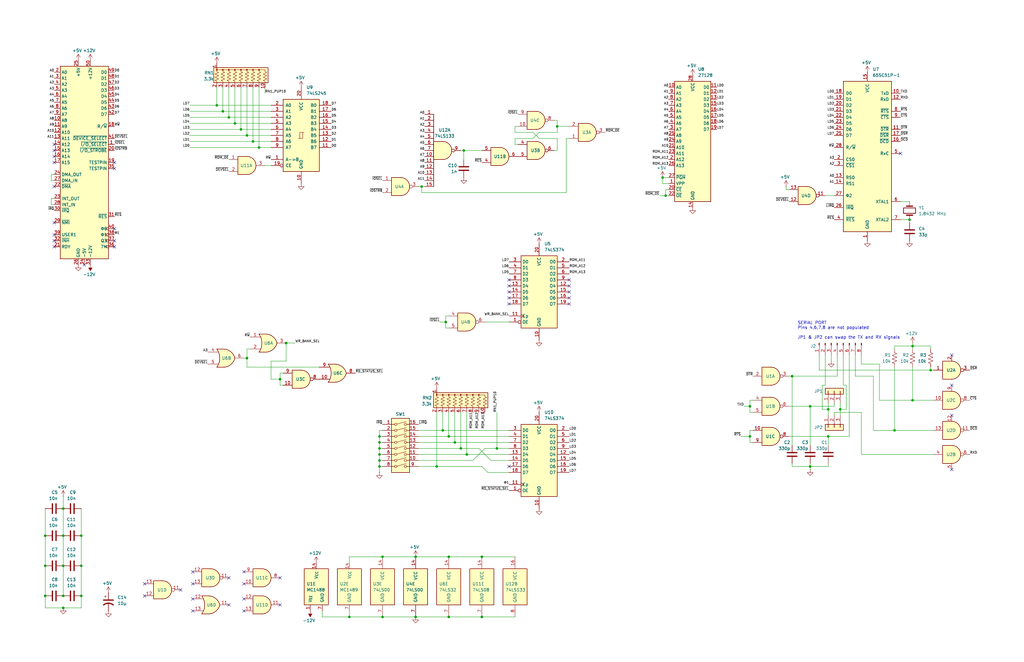
<source format=kicad_sch>
(kicad_sch (version 20231120) (generator "eeschema") (generator_version "8.0")
  (paper "USLedger")
  (title_block (title "Thirdware FingerPrint SS Card") (date "2024-07-12") (rev "2.0") (comment 2 "captured by Mark Aikens") (comment 3 "by Thirdware, a subsidiary of Precision Software") (comment 4 "Apple II Serial Printer Card"))
  (junction (at 99.06 52.07))
  (junction (at 160.02 184.15))
  (junction (at 160.02 196.85))
  (junction (at 93.98 46.99))
  (junction (at 195.58 63.5))
  (junction (at 341.63 171.45))
  (junction (at 118.11 160.02))
  (junction (at 106.68 59.69))
  (junction (at 191.77 186.69))
  (junction (at 175.26 260.35))
  (junction (at 26.67 256.54))
  (junction (at 334.01 158.75))
  (junction (at 316.23 184.15))
  (junction (at 384.81 168.91))
  (junction (at 109.22 62.23))
  (junction (at 234.95 53.34))
  (junction (at 194.31 189.23))
  (junction (at 354.33 172.72))
  (junction (at 120.65 144.78))
  (junction (at 384.81 146.05))
  (junction (at 383.54 92.71))
  (junction (at 187.96 135.89))
  (junction (at 186.69 181.61))
  (junction (at 26.67 214.63))
  (junction (at 177.8 78.74))
  (junction (at 160.02 189.23))
  (junction (at 203.2 234.95))
  (junction (at 189.23 184.15))
  (junction (at 91.44 44.45))
  (junction (at 209.55 189.23))
  (junction (at 104.14 57.15))
  (junction (at 147.32 260.35))
  (junction (at 377.19 181.61))
  (junction (at 34.29 226.06))
  (junction (at 280.67 82.55))
  (junction (at 161.29 260.35))
  (junction (at 189.23 260.35))
  (junction (at 349.25 184.15))
  (junction (at 196.85 191.77))
  (junction (at 175.26 234.95))
  (junction (at 392.43 156.21))
  (junction (at 184.15 196.85))
  (junction (at 101.6 54.61))
  (junction (at 160.02 186.69))
  (junction (at 19.05 226.06))
  (junction (at 279.4 74.93))
  (junction (at 316.23 171.45))
  (junction (at 96.52 49.53))
  (junction (at 34.29 251.46))
  (junction (at 203.2 260.35))
  (junction (at 26.67 251.46))
  (junction (at 34.29 238.76))
  (junction (at 104.14 151.13))
  (junction (at 26.67 238.76))
  (junction (at 160.02 191.77))
  (junction (at 26.67 226.06))
  (junction (at 161.29 234.95))
  (junction (at 341.63 196.85))
  (junction (at 19.05 251.46))
  (junction (at 19.05 238.76))
  (junction (at 189.23 234.95))
  (junction (at 349.25 172.72))
  (junction (at 160.02 194.31))
  (no_connect (at 96.52 243.84))
  (no_connect (at 48.26 104.14))
  (no_connect (at 60.96 246.38))
  (no_connect (at 240.03 120.65))
  (no_connect (at 102.87 246.38))
  (no_connect (at 214.63 125.73))
  (no_connect (at 118.11 255.27))
  (no_connect (at 76.2 248.92))
  (no_connect (at 22.86 101.6))
  (no_connect (at 401.32 175.26))
  (no_connect (at 214.63 123.19))
  (no_connect (at 60.96 251.46))
  (no_connect (at 22.86 93.98))
  (no_connect (at 240.03 118.11))
  (no_connect (at 102.87 252.73))
  (no_connect (at 35.56 111.76))
  (no_connect (at 22.86 66.04))
  (no_connect (at 379.73 64.77))
  (no_connect (at 22.86 68.58))
  (no_connect (at 240.03 123.19))
  (no_connect (at 214.63 196.85))
  (no_connect (at 240.03 128.27))
  (no_connect (at 48.26 101.6))
  (no_connect (at 401.32 162.56))
  (no_connect (at 22.86 60.96))
  (no_connect (at 22.86 104.14))
  (no_connect (at 401.32 149.86))
  (no_connect (at 22.86 78.74))
  (no_connect (at 401.32 198.12))
  (no_connect (at 102.87 257.81))
  (no_connect (at 240.03 125.73))
  (no_connect (at 214.63 128.27))
  (no_connect (at 214.63 118.11))
  (no_connect (at 22.86 99.06))
  (no_connect (at 81.28 241.3))
  (no_connect (at 81.28 252.73))
  (no_connect (at 48.26 68.58))
  (no_connect (at 81.28 257.81))
  (no_connect (at 102.87 241.3))
  (no_connect (at 214.63 120.65))
  (no_connect (at 81.28 246.38))
  (no_connect (at 48.26 96.52))
  (no_connect (at 22.86 63.5))
  (no_connect (at 118.11 243.84))
  (no_connect (at 96.52 255.27))
  (no_connect (at 48.26 71.12))
  (wire (pts (xy 160.02 186.69) (xy 161.29 186.69)))
  (wire (pts (xy 21.59 76.2) (xy 22.86 76.2)))
  (wire (pts (xy 34.29 251.46) (xy 34.29 256.54)))
  (wire (pts (xy 351.79 173.99) (xy 351.79 175.26)))
  (wire (pts (xy 194.31 189.23) (xy 176.53 189.23)))
  (wire (pts (xy 363.22 153.67) (xy 370.84 153.67)))
  (wire (pts (xy 360.68 158.75) (xy 360.68 149.86)))
  (wire (pts (xy 161.29 260.35) (xy 147.32 260.35)))
  (wire (pts (xy 80.01 44.45) (xy 91.44 44.45)))
  (wire (pts (xy 177.8 78.74) (xy 179.07 78.74)))
  (wire (pts (xy 106.68 36.83) (xy 106.68 59.69)))
  (wire (pts (xy 351.79 171.45) (xy 351.79 170.18)))
  (wire (pts (xy 316.23 181.61) (xy 317.5 181.61)))
  (wire (pts (xy 346.71 172.72) (xy 349.25 172.72)))
  (wire (pts (xy 331.47 78.74) (xy 331.47 80.01)))
  (wire (pts (xy 234.95 63.5) (xy 233.68 63.5)))
  (wire (pts (xy 345.44 156.21) (xy 345.44 149.86)))
  (wire (pts (xy 111.76 39.37) (xy 111.76 36.83)))
  (wire (pts (xy 80.01 52.07) (xy 99.06 52.07)))
  (wire (pts (xy 384.81 144.78) (xy 384.81 146.05)))
  (wire (pts (xy 118.11 162.56) (xy 119.38 162.56)))
  (wire (pts (xy 189.23 184.15) (xy 214.63 184.15)))
  (wire (pts (xy 135.89 260.35) (xy 135.89 257.81)))
  (wire (pts (xy 175.26 234.95) (xy 189.23 234.95)))
  (wire (pts (xy 201.93 189.23) (xy 207.01 194.31)))
  (wire (pts (xy 109.22 62.23) (xy 114.3 62.23)))
  (wire (pts (xy 160.02 191.77) (xy 160.02 194.31)))
  (wire (pts (xy 195.58 63.5) (xy 203.2 63.5)))
  (wire (pts (xy 99.06 52.07) (xy 114.3 52.07)))
  (wire (pts (xy 160.02 196.85) (xy 161.29 196.85)))
  (wire (pts (xy 384.81 146.05) (xy 377.19 146.05)))
  (wire (pts (xy 341.63 171.45) (xy 351.79 171.45)))
  (wire (pts (xy 19.05 256.54) (xy 26.67 256.54)))
  (wire (pts (xy 109.22 36.83) (xy 109.22 62.23)))
  (wire (pts (xy 234.95 53.34) (xy 240.03 53.34)))
  (wire (pts (xy 334.01 196.85) (xy 341.63 196.85)))
  (wire (pts (xy 114.3 69.85) (xy 111.76 69.85)))
  (wire (pts (xy 349.25 172.72) (xy 349.25 175.26)))
  (wire (pts (xy 26.67 226.06) (xy 26.67 214.63)))
  (wire (pts (xy 195.58 63.5) (xy 195.58 67.31)))
  (wire (pts (xy 349.25 195.58) (xy 349.25 196.85)))
  (wire (pts (xy 353.06 158.75) (xy 353.06 149.86)))
  (wire (pts (xy 114.3 160.02) (xy 118.11 160.02)))
  (wire (pts (xy 176.53 181.61) (xy 186.69 181.61)))
  (wire (pts (xy 189.23 184.15) (xy 176.53 184.15)))
  (wire (pts (xy 341.63 171.45) (xy 341.63 187.96)))
  (wire (pts (xy 26.67 226.06) (xy 26.67 238.76)))
  (wire (pts (xy 354.33 170.18) (xy 354.33 172.72)))
  (wire (pts (xy 189.23 173.99) (xy 189.23 184.15)))
  (wire (pts (xy 80.01 62.23) (xy 109.22 62.23)))
  (wire (pts (xy 379.73 92.71) (xy 383.54 92.71)))
  (wire (pts (xy 217.17 60.96) (xy 218.44 60.96)))
  (wire (pts (xy 184.15 196.85) (xy 184.15 173.99)))
  (wire (pts (xy 279.4 77.47) (xy 281.94 77.47)))
  (wire (pts (xy 96.52 49.53) (xy 114.3 49.53)))
  (wire (pts (xy 160.02 184.15) (xy 160.02 186.69)))
  (wire (pts (xy 203.2 196.85) (xy 205.74 199.39)))
  (wire (pts (xy 384.81 146.05) (xy 392.43 146.05)))
  (wire (pts (xy 334.01 195.58) (xy 334.01 196.85)))
  (wire (pts (xy 345.44 156.21) (xy 392.43 156.21)))
  (wire (pts (xy 101.6 54.61) (xy 114.3 54.61)))
  (wire (pts (xy 104.14 151.13) (xy 102.87 151.13)))
  (wire (pts (xy 392.43 146.05) (xy 392.43 147.32)))
  (wire (pts (xy 96.52 36.83) (xy 96.52 49.53)))
  (wire (pts (xy 93.98 36.83) (xy 93.98 46.99)))
  (wire (pts (xy 161.29 234.95) (xy 147.32 234.95)))
  (wire (pts (xy 312.42 184.15) (xy 316.23 184.15)))
  (wire (pts (xy 349.25 184.15) (xy 358.14 184.15)))
  (wire (pts (xy 355.6 162.56) (xy 356.87 162.56)))
  (wire (pts (xy 393.7 156.21) (xy 392.43 156.21)))
  (wire (pts (xy 80.01 49.53) (xy 96.52 49.53)))
  (wire (pts (xy 19.05 238.76) (xy 19.05 251.46)))
  (wire (pts (xy 363.22 191.77) (xy 393.7 191.77)))
  (wire (pts (xy 104.14 57.15) (xy 114.3 57.15)))
  (wire (pts (xy 160.02 181.61) (xy 160.02 184.15)))
  (wire (pts (xy 316.23 186.69) (xy 316.23 184.15)))
  (wire (pts (xy 80.01 54.61) (xy 101.6 54.61)))
  (wire (pts (xy 234.95 53.34) (xy 234.95 55.88)))
  (wire (pts (xy 191.77 186.69) (xy 176.53 186.69)))
  (wire (pts (xy 370.84 168.91) (xy 384.81 168.91)))
  (wire (pts (xy 233.68 50.8) (xy 234.95 50.8)))
  (wire (pts (xy 280.67 80.01) (xy 280.67 82.55)))
  (wire (pts (xy 355.6 149.86) (xy 355.6 162.56)))
  (wire (pts (xy 26.67 256.54) (xy 34.29 256.54)))
  (wire (pts (xy 187.96 138.43) (xy 189.23 138.43)))
  (wire (pts (xy 22.86 73.66) (xy 21.59 73.66)))
  (wire (pts (xy 363.22 149.86) (xy 363.22 153.67)))
  (wire (pts (xy 160.02 196.85) (xy 160.02 199.39)))
  (wire (pts (xy 350.52 149.86) (xy 350.52 152.4)))
  (wire (pts (xy 119.38 157.48) (xy 118.11 157.48)))
  (wire (pts (xy 160.02 194.31) (xy 160.02 196.85)))
  (wire (pts (xy 21.59 73.66) (xy 21.59 76.2)))
  (wire (pts (xy 80.01 46.99) (xy 93.98 46.99)))
  (wire (pts (xy 334.01 158.75) (xy 353.06 158.75)))
  (wire (pts (xy 80.01 59.69) (xy 106.68 59.69)))
  (wire (pts (xy 203.2 234.95) (xy 217.17 234.95)))
  (wire (pts (xy 217.17 53.34) (xy 218.44 53.34)))
  (wire (pts (xy 316.23 168.91) (xy 317.5 168.91)))
  (wire (pts (xy 176.53 196.85) (xy 184.15 196.85)))
  (wire (pts (xy 279.4 74.93) (xy 279.4 77.47)))
  (wire (pts (xy 217.17 58.42) (xy 217.17 60.96)))
  (wire (pts (xy 160.02 184.15) (xy 161.29 184.15)))
  (wire (pts (xy 316.23 171.45) (xy 316.23 168.91)))
  (wire (pts (xy 209.55 173.99) (xy 209.55 189.23)))
  (wire (pts (xy 177.8 78.74) (xy 177.8 81.28)))
  (wire (pts (xy 120.65 144.78) (xy 124.46 144.78)))
  (wire (pts (xy 104.14 36.83) (xy 104.14 57.15)))
  (wire (pts (xy 224.79 55.88) (xy 227.33 58.42)))
  (wire (pts (xy 217.17 58.42) (xy 224.79 58.42)))
  (wire (pts (xy 186.69 181.61) (xy 186.69 173.99)))
  (wire (pts (xy 383.54 92.71) (xy 383.54 93.98)))
  (wire (pts (xy 187.96 133.35) (xy 187.96 135.89)))
  (wire (pts (xy 224.79 55.88) (xy 217.17 55.88)))
  (wire (pts (xy 209.55 189.23) (xy 214.63 189.23)))
  (wire (pts (xy 368.3 181.61) (xy 377.19 181.61)))
  (wire (pts (xy 19.05 214.63) (xy 19.05 226.06)))
  (wire (pts (xy 238.76 58.42) (xy 240.03 58.42)))
  (wire (pts (xy 186.69 181.61) (xy 214.63 181.61)))
  (wire (pts (xy 377.19 146.05) (xy 377.19 147.32)))
  (wire (pts (xy 176.53 78.74) (xy 177.8 78.74)))
  (wire (pts (xy 91.44 36.83) (xy 91.44 44.45)))
  (wire (pts (xy 34.29 226.06) (xy 34.29 238.76)))
  (wire (pts (xy 184.15 196.85) (xy 203.2 196.85)))
  (wire (pts (xy 120.65 152.4) (xy 114.3 152.4)))
  (wire (pts (xy 354.33 172.72) (xy 356.87 172.72)))
  (wire (pts (xy 187.96 135.89) (xy 187.96 138.43)))
  (wire (pts (xy 332.74 184.15) (xy 349.25 184.15)))
  (wire (pts (xy 161.29 260.35) (xy 175.26 260.35)))
  (wire (pts (xy 341.63 196.85) (xy 341.63 195.58)))
  (wire (pts (xy 114.3 152.4) (xy 114.3 160.02)))
  (wire (pts (xy 161.29 181.61) (xy 160.02 181.61)))
  (wire (pts (xy 278.13 82.55) (xy 280.67 82.55)))
  (wire (pts (xy 281.94 80.01) (xy 280.67 80.01)))
  (wire (pts (xy 104.14 147.32) (xy 104.14 151.13)))
  (wire (pts (xy 363.22 173.99) (xy 363.22 191.77)))
  (wire (pts (xy 203.2 260.35) (xy 217.17 260.35)))
  (wire (pts (xy 368.3 158.75) (xy 360.68 158.75)))
  (wire (pts (xy 347.98 82.55) (xy 351.79 82.55)))
  (wire (pts (xy 80.01 57.15) (xy 104.14 57.15)))
  (wire (pts (xy 147.32 260.35) (xy 147.32 257.81)))
  (wire (pts (xy 185.42 135.89) (xy 187.96 135.89)))
  (wire (pts (xy 349.25 184.15) (xy 349.25 187.96)))
  (wire (pts (xy 358.14 149.86) (xy 358.14 184.15)))
  (wire (pts (xy 104.14 154.94) (xy 104.14 151.13)))
  (wire (pts (xy 234.95 63.5) (xy 234.95 58.42)))
  (wire (pts (xy 347.98 149.86) (xy 347.98 162.56)))
  (wire (pts (xy 379.73 85.09) (xy 383.54 85.09)))
  (wire (pts (xy 175.26 260.35) (xy 189.23 260.35)))
  (wire (pts (xy 204.47 189.23) (xy 199.39 194.31)))
  (wire (pts (xy 238.76 81.28) (xy 177.8 81.28)))
  (wire (pts (xy 392.43 156.21) (xy 392.43 154.94)))
  (wire (pts (xy 351.79 173.99) (xy 363.22 173.99)))
  (wire (pts (xy 356.87 162.56) (xy 356.87 172.72)))
  (wire (pts (xy 217.17 53.34) (xy 217.17 55.88)))
  (wire (pts (xy 26.67 209.55) (xy 26.67 214.63)))
  (wire (pts (xy 384.81 146.05) (xy 384.81 147.32)))
  (wire (pts (xy 384.81 154.94) (xy 384.81 168.91)))
  (wire (pts (xy 204.47 135.89) (xy 214.63 135.89)))
  (wire (pts (xy 347.98 162.56) (xy 346.71 162.56)))
  (wire (pts (xy 19.05 251.46) (xy 19.05 256.54)))
  (wire (pts (xy 175.26 234.95) (xy 161.29 234.95)))
  (wire (pts (xy 341.63 198.12) (xy 341.63 196.85)))
  (wire (pts (xy 160.02 191.77) (xy 161.29 191.77)))
  (wire (pts (xy 346.71 162.56) (xy 346.71 172.72)))
  (wire (pts (xy 93.98 46.99) (xy 114.3 46.99)))
  (wire (pts (xy 207.01 194.31) (xy 214.63 194.31)))
  (wire (pts (xy 160.02 186.69) (xy 160.02 189.23)))
  (wire (pts (xy 316.23 173.99) (xy 317.5 173.99)))
  (wire (pts (xy 317.5 186.69) (xy 316.23 186.69)))
  (wire (pts (xy 316.23 184.15) (xy 316.23 181.61)))
  (wire (pts (xy 22.86 83.82) (xy 21.59 83.82)))
  (wire (pts (xy 160.02 194.31) (xy 161.29 194.31)))
  (wire (pts (xy 279.4 74.93) (xy 281.94 74.93)))
  (wire (pts (xy 99.06 36.83) (xy 99.06 52.07)))
  (wire (pts (xy 187.96 133.35) (xy 189.23 133.35)))
  (wire (pts (xy 118.11 157.48) (xy 118.11 160.02)))
  (wire (pts (xy 316.23 173.99) (xy 316.23 171.45)))
  (wire (pts (xy 332.74 158.75) (xy 334.01 158.75)))
  (wire (pts (xy 313.69 171.45) (xy 316.23 171.45)))
  (wire (pts (xy 341.63 196.85) (xy 349.25 196.85)))
  (wire (pts (xy 91.44 44.45) (xy 114.3 44.45)))
  (wire (pts (xy 189.23 234.95) (xy 203.2 234.95)))
  (wire (pts (xy 120.65 144.78) (xy 120.65 152.4)))
  (wire (pts (xy 21.59 83.82) (xy 21.59 86.36)))
  (wire (pts (xy 196.85 191.77) (xy 176.53 191.77)))
  (wire (pts (xy 384.81 168.91) (xy 393.7 168.91)))
  (wire (pts (xy 334.01 158.75) (xy 334.01 187.96)))
  (wire (pts (xy 160.02 189.23) (xy 160.02 191.77)))
  (wire (pts (xy 134.62 154.94) (xy 104.14 154.94)))
  (wire (pts (xy 191.77 173.99) (xy 191.77 186.69)))
  (wire (pts (xy 101.6 36.83) (xy 101.6 54.61)))
  (wire (pts (xy 106.68 59.69) (xy 114.3 59.69)))
  (wire (pts (xy 280.67 82.55) (xy 281.94 82.55)))
  (wire (pts (xy 194.31 173.99) (xy 194.31 189.23)))
  (wire (pts (xy 377.19 154.94) (xy 377.19 181.61)))
  (wire (pts (xy 377.19 181.61) (xy 393.7 181.61)))
  (wire (pts (xy 196.85 191.77) (xy 214.63 191.77)))
  (wire (pts (xy 234.95 50.8) (xy 234.95 53.34)))
  (wire (pts (xy 227.33 58.42) (xy 234.95 58.42)))
  (wire (pts (xy 21.59 86.36) (xy 22.86 86.36)))
  (wire (pts (xy 224.79 58.42) (xy 227.33 55.88)))
  (wire (pts (xy 349.25 170.18) (xy 349.25 172.72)))
  (wire (pts (xy 34.29 238.76) (xy 34.29 251.46)))
  (wire (pts (xy 135.89 260.35) (xy 147.32 260.35)))
  (wire (pts (xy 160.02 189.23) (xy 161.29 189.23)))
  (wire (pts (xy 189.23 260.35) (xy 203.2 260.35)))
  (wire (pts (xy 370.84 168.91) (xy 370.84 153.67)))
  (wire (pts (xy 176.53 194.31) (xy 199.39 194.31)))
  (wire (pts (xy 331.47 80.01) (xy 332.74 80.01)))
  (wire (pts (xy 205.74 199.39) (xy 214.63 199.39)))
  (wire (pts (xy 368.3 158.75) (xy 368.3 181.61)))
  (wire (pts (xy 191.77 186.69) (xy 214.63 186.69)))
  (wire (pts (xy 238.76 58.42) (xy 238.76 81.28)))
  (wire (pts (xy 34.29 214.63) (xy 34.29 226.06)))
  (wire (pts (xy 147.32 234.95) (xy 147.32 237.49)))
  (wire (pts (xy 194.31 189.23) (xy 201.93 189.23)))
  (wire (pts (xy 209.55 189.23) (xy 204.47 189.23)))
  (wire (pts (xy 332.74 171.45) (xy 341.63 171.45)))
  (wire (pts (xy 19.05 226.06) (xy 19.05 238.76)))
  (wire (pts (xy 194.31 63.5) (xy 195.58 63.5)))
  (wire (pts (xy 227.33 55.88) (xy 234.95 55.88)))
  (wire (pts (xy 105.41 147.32) (xy 104.14 147.32)))
  (wire (pts (xy 354.33 172.72) (xy 354.33 175.26)))
  (wire (pts (xy 196.85 173.99) (xy 196.85 191.77)))
  (wire (pts (xy 26.67 238.76) (xy 26.67 251.46)))
  (wire (pts (xy 118.11 160.02) (xy 118.11 162.56)))
  (text "SERIAL PORT\nPins 4,6,7,8 are not populated\n\nJP1 & JP2 can swap the TX and RX signals" (at 336.296 139.446 0) (effects (font (size 1.27 1.27)) (justify left)))
  (label "A11" (at 179.07 76.2 180) (effects (font (size 1 1))))
  (label "LD5" (at 351.79 52.07 180) (effects (font (size 1 1))))
  (label "LD6" (at 302.26 52.07 0) (effects (font (size 1 1))))
  (label "A3" (at 281.94 44.45 180) (effects (font (size 1 1))))
  (label "LD0" (at 351.79 39.37 180) (effects (font (size 1 1))))
  (label "A4" (at 179.07 58.42 180) (effects (font (size 1 1))))
  (label "LD2" (at 240.03 186.69 0) (effects (font (size 1 1))))
  (label "Φ1" (at 48.26 99.06 0) (effects (font (size 1 1))))
  (label "~{CTS}" (at 408.94 168.91 0) (effects (font (size 1 1))))
  (label "LD1" (at 302.26 39.37 0) (effects (font (size 1 1))))
  (label "A2" (at 22.86 35.56 180) (effects (font (size 1 1))))
  (label "RXD" (at 379.73 41.91 0) (effects (font (size 1 1))))
  (label "LD3" (at 302.26 44.45 0) (effects (font (size 1 1))))
  (label "LD6" (at 80.01 46.99 180) (effects (font (size 1 1))))
  (label "~{IOSEL}" (at 161.29 76.2 180) (effects (font (size 1 1))))
  (label "RN1_PUP10" (at 209.55 173.99 90) (effects (font (size 1 1))))
  (label "~{RTS}" (at 312.42 184.15 180) (effects (font (size 1 1))))
  (label "LD0" (at 80.01 62.23 180) (effects (font (size 1 1))))
  (label "A8" (at 281.94 57.15 180) (effects (font (size 1 1))))
  (label "RXD" (at 408.94 191.77 0) (effects (font (size 1 1))))
  (label "~{ROM_OE}" (at 278.13 82.55 180) (effects (font (size 1 1))))
  (label "~{IOSEL}" (at 185.42 135.89 180) (effects (font (size 1 1))))
  (label "~{DSR}" (at 408.94 156.21 0) (effects (font (size 1 1))))
  (label "ROM_A13" (at 240.03 115.57 0) (effects (font (size 1 1))))
  (label "WR_BANK_SEL" (at 124.46 144.78 0) (effects (font (size 1 1))))
  (label "~{ROM_OE}" (at 255.27 55.88 0) (effects (font (size 1 1))))
  (label "A1" (at 179.07 50.8 180) (effects (font (size 1 1))))
  (label "R~{W}" (at 105.41 142.24 180) (effects (font (size 1 1))))
  (label "~{DEVSEL}" (at 87.63 153.67 180) (effects (font (size 1 1))))
  (label "D6" (at 139.7 46.99 0) (effects (font (size 1 1))))
  (label "~{DEVSEL}" (at 96.52 72.39 180) (effects (font (size 1 1))))
  (label "~{DCD}" (at 408.94 181.61 0) (effects (font (size 1 1))))
  (label "D3" (at 139.7 54.61 0) (effects (font (size 1 1))))
  (label "~{LIRQ}" (at 176.53 179.07 0) (effects (font (size 1 1))))
  (label "ROM_A11" (at 240.03 110.49 0) (effects (font (size 1 1))))
  (label "~{RES}" (at 351.79 92.71 180) (effects (font (size 1 1))))
  (label "LD1" (at 351.79 41.91 180) (effects (font (size 1 1))))
  (label "A1" (at 281.94 39.37 180) (effects (font (size 1 1))))
  (label "LD5" (at 302.26 49.53 0) (effects (font (size 1 1))))
  (label "~{DEVSEL}" (at 332.74 85.09 180) (effects (font (size 1 1))))
  (label "A0" (at 281.94 36.83 180) (effects (font (size 1 1))))
  (label "A8" (at 179.07 68.58 180) (effects (font (size 1 1))))
  (label "~{DCD}" (at 379.73 59.69 0) (effects (font (size 1 1))))
  (label "LD4" (at 80.01 52.07 180) (effects (font (size 1 1))))
  (label "~{RES}" (at 203.2 68.58 180) (effects (font (size 1 1))))
  (label "D2" (at 139.7 57.15 0) (effects (font (size 1 1))))
  (label "D5" (at 48.26 43.18 0) (effects (font (size 1 1))))
  (label "LD5" (at 240.03 194.31 0) (effects (font (size 1 1))))
  (label "A10" (at 179.07 73.66 180) (effects (font (size 1 1))))
  (label "~{RD_STATUS_SEL}" (at 214.63 207.01 180) (effects (font (size 1 1))))
  (label "~{RES}" (at 48.26 91.44 0) (effects (font (size 1 1))))
  (label "A10" (at 281.94 62.23 180) (effects (font (size 1 1))))
  (label "~{RD_STATUS_SEL}" (at 149.86 157.48 0) (effects (font (size 1 1))))
  (label "RN1_PUP10" (at 111.76 39.37 0) (effects (font (size 1 1))))
  (label "ROM_A11" (at 281.94 64.77 180) (effects (font (size 1 1))))
  (label "~{IRQ}" (at 161.29 179.07 180) (effects (font (size 1 1))))
  (label "A9" (at 22.86 53.34 180) (effects (font (size 1 1))))
  (label "TXD" (at 313.69 171.45 180) (effects (font (size 1 1))))
  (label "LD5" (at 214.63 115.57 180) (effects (font (size 1 1))))
  (label "A7" (at 281.94 54.61 180) (effects (font (size 1 1))))
  (label "A6" (at 281.94 52.07 180) (effects (font (size 1 1))))
  (label "ROM_A12" (at 281.94 67.31 180) (effects (font (size 1 1))))
  (label "A7" (at 179.07 66.04 180) (effects (font (size 1 1))))
  (label "LD4" (at 240.03 191.77 0) (effects (font (size 1 1))))
  (label "LD0" (at 240.03 181.61 0) (effects (font (size 1 1))))
  (label "D5" (at 139.7 49.53 0) (effects (font (size 1 1))))
  (label "D0" (at 139.7 62.23 0) (effects (font (size 1 1))))
  (label "A7" (at 22.86 48.26 180) (effects (font (size 1 1))))
  (label "LD0" (at 302.26 36.83 0) (effects (font (size 1 1))))
  (label "R~{W}" (at 114.3 67.31 180) (effects (font (size 1 1))))
  (label "LD2" (at 302.26 41.91 0) (effects (font (size 1 1))))
  (label "A6" (at 179.07 63.5 180) (effects (font (size 1 1))))
  (label "A5" (at 22.86 43.18 180) (effects (font (size 1 1))))
  (label "A2" (at 281.94 41.91 180) (effects (font (size 1 1))))
  (label "A5" (at 281.94 49.53 180) (effects (font (size 1 1))))
  (label "A2" (at 351.79 69.85 180) (effects (font (size 1 1))))
  (label "R~{W}" (at 48.26 53.34 0) (effects (font (size 1 1))))
  (label "ROM_A13" (at 281.94 69.85 180) (effects (font (size 1 1))))
  (label "WR_BANK_SEL" (at 214.63 133.35 180) (effects (font (size 1 1))))
  (label "~{ROM_OE}" (at 96.52 67.31 180) (effects (font (size 1 1))))
  (label "A3" (at 87.63 148.59 180) (effects (font (size 1 1))))
  (label "LD1" (at 240.03 184.15 0) (effects (font (size 1 1))))
  (label "~{IOSTRB}" (at 48.26 63.5 0) (effects (font (size 1 1))))
  (label "LD5" (at 80.01 49.53 180) (effects (font (size 1 1))))
  (label "D1" (at 139.7 59.69 0) (effects (font (size 1 1))))
  (label "A4" (at 22.86 40.64 180) (effects (font (size 1 1))))
  (label "A3" (at 179.07 55.88 180) (effects (font (size 1 1))))
  (label "~{DSR}" (at 379.73 57.15 0) (effects (font (size 1 1))))
  (label "A9" (at 281.94 59.69 180) (effects (font (size 1 1))))
  (label "D6" (at 48.26 45.72 0) (effects (font (size 1 1))))
  (label "TXD" (at 379.73 39.37 0) (effects (font (size 1 1))))
  (label "~{IOSEL}" (at 48.26 60.96 0) (effects (font (size 1 1))))
  (label "LD6" (at 351.79 54.61 180) (effects (font (size 1 1))))
  (label "~{RTS}" (at 379.73 46.99 0) (effects (font (size 1 1))))
  (label "~{DTR}" (at 379.73 54.61 0) (effects (font (size 1 1))))
  (label "R~{W}" (at 351.79 62.23 180) (effects (font (size 1 1))))
  (label "LD1" (at 80.01 59.69 180) (effects (font (size 1 1))))
  (label "A10" (at 22.86 55.88 180) (effects (font (size 1 1))))
  (label "~{DEVSEL}" (at 48.26 58.42 0) (effects (font (size 1 1))))
  (label "D4" (at 48.26 40.64 0) (effects (font (size 1 1))))
  (label "LD2" (at 80.01 57.15 180) (effects (font (size 1 1))))
  (label "D2" (at 48.26 35.56 0) (effects (font (size 1 1))))
  (label "LD7" (at 80.01 44.45 180) (effects (font (size 1 1))))
  (label "A3" (at 22.86 38.1 180) (effects (font (size 1 1))))
  (label "LD3" (at 80.01 54.61 180) (effects (font (size 1 1))))
  (label "A1" (at 22.86 33.02 180) (effects (font (size 1 1))))
  (label "LD2" (at 351.79 44.45 180) (effects (font (size 1 1))))
  (label "ROM_A12" (at 201.93 173.99 270) (effects (font (size 1 1))))
  (label "D4" (at 139.7 52.07 0) (effects (font (size 1 1))))
  (label "ROM_A13" (at 204.47 173.99 270) (effects (font (size 1 1))))
  (label "A11" (at 22.86 58.42 180) (effects (font (size 1 1))))
  (label "~{IOSEL}" (at 218.44 48.26 180) (effects (font (size 1 1))))
  (label "A6" (at 22.86 45.72 180) (effects (font (size 1 1))))
  (label "~{IOSTRB}" (at 161.29 81.28 180) (effects (font (size 1 1))))
  (label "~{LIRQ}" (at 351.79 87.63 180) (effects (font (size 1 1))))
  (label "A8" (at 22.86 50.8 180) (effects (font (size 1 1))))
  (label "LD7" (at 302.26 54.61 0) (effects (font (size 1 1))))
  (label "LD4" (at 302.26 46.99 0) (effects (font (size 1 1))))
  (label "~{DTR}" (at 317.5 158.75 180) (effects (font (size 1 1))))
  (label "LD7" (at 214.63 110.49 180) (effects (font (size 1 1))))
  (label "A3" (at 351.79 67.31 180) (effects (font (size 1 1))))
  (label "A0" (at 179.07 48.26 180) (effects (font (size 1 1))))
  (label "A0" (at 351.79 74.93 180) (effects (font (size 1 1))))
  (label "D7" (at 48.26 48.26 0) (effects (font (size 1 1))))
  (label "A1" (at 351.79 77.47 180) (effects (font (size 1 1))))
  (label "Φ1" (at 214.63 204.47 180) (effects (font (size 1 1))))
  (label "D7" (at 139.7 44.45 0) (effects (font (size 1 1))))
  (label "D1" (at 48.26 33.02 0) (effects (font (size 1 1))))
  (label "D3" (at 48.26 38.1 0) (effects (font (size 1 1))))
  (label "~{IRQ}" (at 22.86 88.9 180) (effects (font (size 1 1))))
  (label "D0" (at 48.26 30.48 0) (effects (font (size 1 1))))
  (label "A5" (at 179.07 60.96 180) (effects (font (size 1 1))))
  (label "~{CTS}" (at 379.73 49.53 0) (effects (font (size 1 1))))
  (label "LD6" (at 240.03 196.85 0) (effects (font (size 1 1))))
  (label "ROM_A12" (at 240.03 113.03 0) (effects (font (size 1 1))))
  (label "A0" (at 22.86 30.48 180) (effects (font (size 1 1))))
  (label "LD7" (at 240.03 199.39 0) (effects (font (size 1 1))))
  (label "LD4" (at 351.79 49.53 180) (effects (font (size 1 1))))
  (label "LD6" (at 214.63 113.03 180) (effects (font (size 1 1))))
  (label "A2" (at 179.07 53.34 180) (effects (font (size 1 1))))
  (label "A9" (at 179.07 71.12 180) (effects (font (size 1 1))))
  (label "LD3" (at 240.03 189.23 0) (effects (font (size 1 1))))
  (label "A4" (at 281.94 46.99 180) (effects (font (size 1 1))))
  (label "ROM_A11" (at 199.39 173.99 270) (effects (font (size 1 1))))
  (label "LD3" (at 351.79 46.99 180) (effects (font (size 1 1))))
  (label "LD7" (at 351.79 57.15 180) (effects (font (size 1 1))))
  (symbol (lib_id "74xx:74LS133") (at 186.69 63.5 0) (unit 1)
    (property "Reference" "U12" (at 187.452 54.864 0))
    (property "Value" "74LS133" (at 187.452 57.404 0))
    (property "Datasheet" "http://www.ti.com/lit/gpn/sn74LS133" (effects (hide yes)))
    (property "Description" "NAND 13-input" (effects (hide yes)))
  )
  (symbol (lib_id "74xx:74LS00") (at 161.29 247.65 0) (unit 5)
    (property "Reference" "U3" (at 157.226 246.38 0) (effects (justify left)))
    (property "Value" "74LS00" (at 157.226 248.92 0) (effects (justify left)))
    (property "Datasheet" "http://www.ti.com/lit/gpn/sn74ls00" (effects (hide yes)))
    (property "Description" "quad 2-input NAND gate" (effects (hide yes)))
  )
  (symbol (lib_id "Device:C") (at 22.86 214.63 90) (unit 1)
    (property "Reference" "C5" (at 24.384 207.772 90) (effects (justify left)))
    (property "Value" "10n" (at 24.384 210.312 90) (effects (justify left)))
    (property "Description" "Unpolarized capacitor" (effects (hide yes)))
  )
  (symbol (lib_id "Interface_Legacy:6551") (at 365.76 66.04 0) (unit 1)
    (property "Reference" "U7" (at 367.9541 29.21 0) (effects (justify left)))
    (property "Value" "65SC51P-1" (at 367.9541 31.75 0) (effects (justify left)))
    (property "Footprint" "Package_DIP:DIP-28_W15.24mm" (effects (hide yes)))
    (property "Description" "Asynchronous Communication Interface Adapter" (effects (hide yes)))
  )
  (symbol (lib_id "Transceiver_Legacy:MC1489") (at 401.32 168.91 0) (unit 3)
    (property "Reference" "U2" (at 401.066 168.91 0))
    (property "Value" "MC1489" (effects (hide yes)))
    (property "Datasheet" "https://www.onsemi.com/pdf/datasheet/mc1489-d.pdf" (effects (hide yes)))
    (property "Description" "Quad Line EIA-232D Receivers" (effects (hide yes)))
  )
  (symbol (lib_id "Device:C_Polarized_US") (at 45.72 254 0) (unit 1)
    (property "Reference" "C14" (at 49.53 252.0949 0) (effects (justify left)))
    (property "Value" "10µ" (at 49.53 254.6349 0) (effects (justify left)))
    (property "Description" "Polarized capacitor, US symbol" (effects (hide yes)))
  )
  (symbol (lib_id "74xx:74LS245") (at 127 57.15 0) (unit 1)
    (property "Reference" "U9" (at 129.1941 36.83 0) (effects (justify left)))
    (property "Value" "74LS245" (at 129.1941 39.37 0) (effects (justify left)))
    (property "Datasheet" "http://www.ti.com/lit/gpn/sn74LS245" (effects (hide yes)))
    (property "Description" "Octal BUS Transceivers, 3-State outputs" (effects (hide yes)))
  )
  (symbol (lib_id "Memory_EPROM:27128") (at 292.1 59.69 0) (unit 1)
    (property "Reference" "U8" (at 294.2941 29.21 0) (effects (justify left)))
    (property "Value" "27128" (at 294.2941 31.75 0) (effects (justify left)))
    (property "Footprint" "Package_DIP:DIP-28_W15.24mm" (effects (hide yes)))
    (property "Datasheet" "http://eeshop.unl.edu/pdf/27128.pdf" (effects (hide yes)))
    (property "Description" "UV Erasable EPROM 128 KiBit, [Obsolete 2000-11]" (effects (hide yes)))
  )
  (symbol (lib_id "power:+5V") (at 292.1 31.75 0) (unit 1)
    (property "Reference" "#PWR07" (effects (hide yes)))
    (property "Value" "+5V" (at 291.592 27.686 0))
    (property "Description" "Power symbol creates a global label with name \"+5V\"" (effects (hide yes)))
  )
  (symbol (lib_id "power:GND") (at 175.26 260.35 0) (unit 1)
    (property "Reference" "#PWR012" (effects (hide yes)))
    (property "Value" "GND" (effects (hide yes)))
    (property "Description" "Power symbol creates a global label with name \"GND\" , ground" (effects (hide yes)))
  )
  (symbol (lib_id "74xx:74LS00") (at 127 160.02 0) (unit 3)
    (property "Reference" "U3" (at 126.746 160.02 0))
    (property "Value" "74LS00" (effects (hide yes)))
    (property "Datasheet" "http://www.ti.com/lit/gpn/sn74ls00" (effects (hide yes)))
    (property "Description" "quad 2-input NAND gate" (effects (hide yes)))
  )
  (symbol (lib_id "Device:C") (at 30.48 214.63 90) (unit 1)
    (property "Reference" "C9" (at 32.004 207.772 90) (effects (justify left)))
    (property "Value" "10n" (at 32.004 210.312 90) (effects (justify left)))
    (property "Description" "Unpolarized capacitor" (effects (hide yes)))
  )
  (symbol (lib_id "power:GND") (at 33.02 111.76 0) (unit 1)
    (property "Reference" "#PWR02" (effects (hide yes)))
    (property "Value" "GND" (effects (hide yes)))
    (property "Description" "Power symbol creates a global label with name \"GND\" , ground" (effects (hide yes)))
  )
  (symbol (lib_id "Transceiver_Legacy:MC1489") (at 401.32 191.77 0) (mirror x) (unit 2)
    (property "Reference" "U2" (at 401.066 191.77 0))
    (property "Value" "MC1489" (effects (hide yes)))
    (property "Datasheet" "https://www.onsemi.com/pdf/datasheet/mc1489-d.pdf" (effects (hide yes)))
    (property "Description" "Quad Line EIA-232D Receivers" (effects (hide yes)))
  )
  (symbol (lib_id "Device:C") (at 349.25 191.77 0) (unit 1)
    (property "Reference" "C1" (at 348.996 186.69 0) (effects (justify right)))
    (property "Value" "330p" (at 348.996 189.23 0) (effects (justify right)))
    (property "Description" "Unpolarized capacitor" (effects (hide yes)))
  )
  (symbol (lib_id "power:GND") (at 350.52 152.4 0) (unit 1)
    (property "Reference" "#PWR036" (effects (hide yes)))
    (property "Value" "GND" (effects (hide yes)))
    (property "Description" "Power symbol creates a global label with name \"GND\" , ground" (effects (hide yes)))
  )
  (symbol (lib_id "74xx:74LS374") (at 227.33 123.19 0) (unit 1)
    (property "Reference" "U5" (at 229.5241 102.87 0) (effects (justify left)))
    (property "Value" "74LS374" (at 229.5241 105.41 0) (effects (justify left)))
    (property "Datasheet" "http://www.ti.com/lit/gpn/sn74LS374" (effects (hide yes)))
    (property "Description" "8-bit Register, 3-state outputs" (effects (hide yes)))
  )
  (symbol (lib_id "power:-12V") (at 130.81 257.81 180) (unit 1)
    (property "Reference" "#PWR017" (effects (hide yes)))
    (property "Value" "-12V" (at 130.302 261.874 0))
    (property "Description" "Power symbol creates a global label with name \"-12V\"" (effects (hide yes)))
  )
  (symbol (lib_id "power:GND") (at 227.33 143.51 0) (unit 1)
    (property "Reference" "#PWR016" (effects (hide yes)))
    (property "Value" "GND" (effects (hide yes)))
    (property "Description" "Power symbol creates a global label with name \"GND\" , ground" (effects (hide yes)))
  )
  (symbol (lib_id "power:+5V") (at 175.26 234.95 0) (unit 1)
    (property "Reference" "#PWR011" (effects (hide yes)))
    (property "Value" "+5V" (at 174.752 230.886 0))
    (property "Description" "Power symbol creates a global label with name \"+5V\"" (effects (hide yes)))
  )
  (symbol (lib_id "Device:R_US") (at 377.19 151.13 0) (unit 1)
    (property "Reference" "R1" (at 375.666 149.86 0) (effects (justify right)))
    (property "Value" "10k" (at 375.666 152.4 0) (effects (justify right)))
    (property "Description" "Resistor, US symbol" (effects (hide yes)))
  )
  (symbol (lib_id "power:GND") (at 365.76 101.6 0) (unit 1)
    (property "Reference" "#PWR026" (effects (hide yes)))
    (property "Value" "GND" (effects (hide yes)))
    (property "Description" "Power symbol creates a global label with name \"GND\" , ground" (effects (hide yes)))
  )
  (symbol (lib_id "Transceiver_Legacy:MC1489") (at 147.32 247.65 0) (unit 5)
    (property "Reference" "U2" (at 143.256 246.38 0) (effects (justify left)))
    (property "Value" "MC1489" (at 143.256 248.92 0) (effects (justify left)))
    (property "Datasheet" "https://www.onsemi.com/pdf/datasheet/mc1489-d.pdf" (effects (hide yes)))
    (property "Description" "Quad Line EIA-232D Receivers" (effects (hide yes)))
  )
  (symbol (lib_id "74xx:74LS08") (at 210.82 66.04 0) (mirror x) (unit 2)
    (property "Reference" "U11" (at 210.82 66.04 0))
    (property "Value" "74LS08" (effects (hide yes)))
    (property "Datasheet" "http://www.ti.com/lit/gpn/sn74LS08" (effects (hide yes)))
    (property "Description" "Quad And2" (effects (hide yes)))
  )
  (symbol (lib_id "74xx:74LS00") (at 196.85 135.89 0) (unit 2)
    (property "Reference" "U4" (at 196.342 135.89 0))
    (property "Value" "74LS00" (effects (hide yes)))
    (property "Datasheet" "http://www.ti.com/lit/gpn/sn74ls00" (effects (hide yes)))
    (property "Description" "quad 2-input NAND gate" (effects (hide yes)))
  )
  (symbol (lib_id "power:GND") (at 227.33 214.63 0) (unit 1)
    (property "Reference" "#PWR014" (effects (hide yes)))
    (property "Value" "GND" (effects (hide yes)))
    (property "Description" "Power symbol creates a global label with name \"GND\" , ground" (effects (hide yes)))
  )
  (symbol (lib_id "74xx:74LS00") (at 168.91 78.74 0) (unit 1)
    (property "Reference" "U4" (at 168.402 78.74 0))
    (property "Value" "74LS00" (effects (hide yes)))
    (property "Datasheet" "http://www.ti.com/lit/gpn/sn74ls00" (effects (hide yes)))
    (property "Description" "quad 2-input NAND gate" (effects (hide yes)))
  )
  (symbol (lib_id "74xx:74LS00") (at 247.65 55.88 0) (mirror x) (unit 1)
    (property "Reference" "U3" (at 247.396 55.88 0))
    (property "Value" "74LS00" (effects (hide yes)))
    (property "Datasheet" "http://www.ti.com/lit/gpn/sn74ls00" (effects (hide yes)))
    (property "Description" "quad 2-input NAND gate" (effects (hide yes)))
  )
  (symbol (lib_id "Transceiver_Legacy:MC1489") (at 401.32 156.21 0) (unit 1)
    (property "Reference" "U2" (at 401.066 156.21 0))
    (property "Value" "MC1489" (effects (hide yes)))
    (property "Datasheet" "https://www.onsemi.com/pdf/datasheet/mc1489-d.pdf" (effects (hide yes)))
    (property "Description" "Quad Line EIA-232D Receivers" (effects (hide yes)))
  )
  (symbol (lib_id "power:+5V") (at 26.67 209.55 0) (unit 1)
    (property "Reference" "#PWR019" (effects (hide yes)))
    (property "Value" "+5V" (at 26.162 205.486 0))
    (property "Description" "Power symbol creates a global label with name \"+5V\"" (effects (hide yes)))
  )
  (symbol (lib_id "74xx:74LS32") (at 142.24 157.48 0) (unit 3)
    (property "Reference" "U6" (at 142.494 157.48 0))
    (property "Value" "74LS32" (effects (hide yes)))
    (property "Datasheet" "http://www.ti.com/lit/gpn/sn74LS32" (effects (hide yes)))
    (property "Description" "Quad 2-input OR" (effects (hide yes)))
  )
  (symbol (lib_id "Transceiver_Legacy:MC1488") (at 68.58 248.92 0) (unit 4)
    (property "Reference" "U1" (at 68.326 248.92 0))
    (property "Value" "MC1488" (effects (hide yes)))
    (property "Datasheet" "https://www.onsemi.com/pdf/datasheet/mc1488-d.pdf" (effects (hide yes)))
    (property "Description" "Quad Line EIA-232D Driver" (effects (hide yes)))
  )
  (symbol (lib_id "74xx:74LS32") (at 189.23 247.65 0) (unit 5)
    (property "Reference" "U6" (at 185.166 246.38 0) (effects (justify left)))
    (property "Value" "74LS32" (at 185.166 248.92 0) (effects (justify left)))
    (property "Datasheet" "http://www.ti.com/lit/gpn/sn74LS32" (effects (hide yes)))
    (property "Description" "Quad 2-input OR" (effects (hide yes)))
  )
  (symbol (lib_id "power:+5V") (at 33.02 25.4 0) (unit 1)
    (property "Reference" "#PWR01" (effects (hide yes)))
    (property "Value" "+5V" (at 32.512 21.336 0))
    (property "Description" "Power symbol creates a global label with name \"+5V\"" (effects (hide yes)))
  )
  (symbol (lib_id "74xx:74LS32") (at 95.25 151.13 0) (unit 2)
    (property "Reference" "U6" (at 95.504 151.13 0))
    (property "Value" "74LS32" (effects (hide yes)))
    (property "Datasheet" "http://www.ti.com/lit/gpn/sn74LS32" (effects (hide yes)))
    (property "Description" "Quad 2-input OR" (effects (hide yes)))
  )
  (symbol (lib_id "74xx:74LS374") (at 227.33 194.31 0) (unit 1)
    (property "Reference" "U10" (at 229.5241 173.99 0) (effects (justify left)))
    (property "Value" "74LS374" (at 229.5241 176.53 0) (effects (justify left)))
    (property "Datasheet" "http://www.ti.com/lit/gpn/sn74LS374" (effects (hide yes)))
    (property "Description" "8-bit Register, 3-state outputs" (effects (hide yes)))
  )
  (symbol (lib_id "Device:C") (at 341.63 191.77 0) (unit 1)
    (property "Reference" "C3" (at 340.868 186.69 0) (effects (justify right)))
    (property "Value" "330p" (at 340.868 189.23 0) (effects (justify right)))
    (property "Description" "Unpolarized capacitor" (effects (hide yes)))
  )
  (symbol (lib_id "74xx:74LS32") (at 88.9 255.27 0) (unit 4)
    (property "Reference" "U6" (at 89.154 255.27 0))
    (property "Value" "74LS32" (effects (hide yes)))
    (property "Datasheet" "http://www.ti.com/lit/gpn/sn74LS32" (effects (hide yes)))
    (property "Description" "Quad 2-input OR" (effects (hide yes)))
  )
  (symbol (lib_id "Transceiver_Legacy:MC1488") (at 325.12 184.15 0) (unit 3)
    (property "Reference" "U1" (at 324.866 184.15 0))
    (property "Value" "MC1488" (effects (hide yes)))
    (property "Datasheet" "https://www.onsemi.com/pdf/datasheet/mc1488-d.pdf" (effects (hide yes)))
    (property "Description" "Quad Line EIA-232D Driver" (effects (hide yes)))
  )
  (symbol (lib_id "power:+5V") (at 127 36.83 0) (unit 1)
    (property "Reference" "#PWR09" (effects (hide yes)))
    (property "Value" "+5V" (at 126.492 32.766 0))
    (property "Description" "Power symbol creates a global label with name \"+5V\"" (effects (hide yes)))
  )
  (symbol (lib_id "power:GND") (at 195.58 74.93 0) (unit 1)
    (property "Reference" "#PWR024" (effects (hide yes)))
    (property "Value" "GND" (effects (hide yes)))
    (property "Description" "Power symbol creates a global label with name \"GND\" , ground" (effects (hide yes)))
  )
  (symbol (lib_id "power:GND") (at 45.72 257.81 0) (unit 1)
    (property "Reference" "#PWR06" (effects (hide yes)))
    (property "Value" "GND" (effects (hide yes)))
    (property "Description" "Power symbol creates a global label with name \"GND\" , ground" (effects (hide yes)))
  )
  (symbol (lib_id "power:GND") (at 160.02 199.39 0) (unit 1)
    (property "Reference" "#PWR032" (effects (hide yes)))
    (property "Value" "GND" (effects (hide yes)))
    (property "Description" "Power symbol creates a global label with name \"GND\" , ground" (effects (hide yes)))
  )
  (symbol (lib_id "74xx:74LS08") (at 203.2 247.65 0) (unit 5)
    (property "Reference" "U11" (at 199.136 246.38 0) (effects (justify left)))
    (property "Value" "74LS08" (at 199.136 248.92 0) (effects (justify left)))
    (property "Datasheet" "http://www.ti.com/lit/gpn/sn74LS08" (effects (hide yes)))
    (property "Description" "Quad And2" (effects (hide yes)))
  )
  (symbol (lib_id "power:+5V") (at 331.47 78.74 0) (unit 1)
    (property "Reference" "#PWR029" (effects (hide yes)))
    (property "Value" "+5V" (at 330.962 74.676 0))
    (property "Description" "Power symbol creates a global label with name \"+5V\"" (effects (hide yes)))
  )
  (symbol (lib_id "74xx:74LS08") (at 110.49 243.84 0) (unit 3)
    (property "Reference" "U11" (at 110.49 243.84 0))
    (property "Value" "74LS08" (effects (hide yes)))
    (property "Datasheet" "http://www.ti.com/lit/gpn/sn74LS08" (effects (hide yes)))
    (property "Description" "Quad And2" (effects (hide yes)))
  )
  (symbol (lib_id "Device:R_Network09_US") (at 194.31 168.91 0) (unit 1)
    (property "Reference" "RN2" (at 182.118 167.894 0) (effects (justify right)))
    (property "Value" "3.3k" (at 182.118 170.434 0) (effects (justify right)))
    (property "Footprint" "Resistor_THT:R_Array_SIP10" (effects (hide yes)))
    (property "Datasheet" "http://www.vishay.com/docs/31509/csc.pdf" (effects (hide yes)))
    (property "Description" "9 resistor network, star topology, bussed resistors, small US symbol" (effects (hide yes)))
  )
  (symbol (lib_id "power:+5V") (at 184.15 163.83 0) (unit 1)
    (property "Reference" "#PWR030" (effects (hide yes)))
    (property "Value" "+5V" (at 183.642 159.766 0))
    (property "Description" "Power symbol creates a global label with name \"+5V\"" (effects (hide yes)))
  )
  (symbol (lib_id "Device:C") (at 383.54 97.79 0) (unit 1)
    (property "Reference" "C4" (at 387.35 96.5199 0) (effects (justify left)))
    (property "Value" "33p" (at 387.35 99.0599 0) (effects (justify left)))
    (property "Description" "Unpolarized capacitor" (effects (hide yes)))
  )
  (symbol (lib_id "Transceiver_Legacy:MC1489") (at 401.32 181.61 0) (unit 4)
    (property "Reference" "U2" (at 401.066 181.61 0))
    (property "Value" "MC1489" (effects (hide yes)))
    (property "Datasheet" "https://www.onsemi.com/pdf/datasheet/mc1489-d.pdf" (effects (hide yes)))
    (property "Description" "Quad Line EIA-232D Receivers" (effects (hide yes)))
  )
  (symbol (lib_id "Device:C") (at 334.01 191.77 0) (unit 1)
    (property "Reference" "C2" (at 333.248 186.69 0) (effects (justify right)))
    (property "Value" "330p" (at 333.248 189.23 0) (effects (justify right)))
    (property "Description" "Unpolarized capacitor" (effects (hide yes)))
  )
  (symbol (lib_id "power:+5V") (at 227.33 173.99 0) (unit 1)
    (property "Reference" "#PWR010" (effects (hide yes)))
    (property "Value" "+5V" (at 226.822 169.926 0))
    (property "Description" "Power symbol creates a global label with name \"+5V\"" (effects (hide yes)))
  )
  (symbol (lib_id "power:+12V") (at 384.81 144.78 0) (unit 1)
    (property "Reference" "#PWR034" (effects (hide yes)))
    (property "Value" "+12V" (at 384.302 140.716 0))
    (property "Description" "Power symbol creates a global label with name \"+12V\"" (effects (hide yes)))
  )
  (symbol (lib_id "Transceiver_Legacy:MC1488") (at 325.12 171.45 0) (unit 2)
    (property "Reference" "U1" (at 324.866 171.45 0))
    (property "Value" "MC1488" (effects (hide yes)))
    (property "Datasheet" "https://www.onsemi.com/pdf/datasheet/mc1488-d.pdf" (effects (hide yes)))
    (property "Description" "Quad Line EIA-232D Driver" (effects (hide yes)))
  )
  (symbol (lib_id "Device:C") (at 22.86 238.76 90) (unit 1)
    (property "Reference" "C7" (at 24.384 231.902 90) (effects (justify left)))
    (property "Value" "10n" (at 24.384 234.442 90) (effects (justify left)))
    (property "Description" "Unpolarized capacitor" (effects (hide yes)))
  )
  (symbol (lib_id "Device:C") (at 30.48 226.06 90) (unit 1)
    (property "Reference" "C11" (at 32.004 219.202 90) (effects (justify left)))
    (property "Value" "10n" (at 32.004 221.742 90) (effects (justify left)))
    (property "Description" "Unpolarized capacitor" (effects (hide yes)))
  )
  (symbol (lib_id "74xx:74LS00") (at 175.26 247.65 0) (unit 5)
    (property "Reference" "U4" (at 171.196 246.38 0) (effects (justify left)))
    (property "Value" "74LS00" (at 171.196 248.92 0) (effects (justify left)))
    (property "Datasheet" "http://www.ti.com/lit/gpn/sn74ls00" (effects (hide yes)))
    (property "Description" "quad 2-input NAND gate" (effects (hide yes)))
  )
  (symbol (lib_id "Device:R_US") (at 384.81 151.13 0) (unit 1)
    (property "Reference" "R2" (at 383.286 149.86 0) (effects (justify right)))
    (property "Value" "10k" (at 383.286 152.4 0) (effects (justify right)))
    (property "Description" "Resistor, US symbol" (effects (hide yes)))
  )
  (symbol (lib_id "power:GND") (at 292.1 87.63 0) (unit 1)
    (property "Reference" "#PWR013" (effects (hide yes)))
    (property "Value" "GND" (effects (hide yes)))
    (property "Description" "Power symbol creates a global label with name \"GND\" , ground" (effects (hide yes)))
  )
  (symbol (lib_id "74xx:74LS00") (at 340.36 82.55 0) (mirror x) (unit 4)
    (property "Reference" "U4" (at 339.852 82.55 0))
    (property "Value" "74LS00" (effects (hide yes)))
    (property "Datasheet" "http://www.ti.com/lit/gpn/sn74ls00" (effects (hide yes)))
    (property "Description" "quad 2-input NAND gate" (effects (hide yes)))
  )
  (symbol (lib_id "power:+5V") (at 227.33 102.87 0) (unit 1)
    (property "Reference" "#PWR08" (effects (hide yes)))
    (property "Value" "+5V" (at 226.822 98.806 0))
    (property "Description" "Power symbol creates a global label with name \"+5V\"" (effects (hide yes)))
  )
  (symbol (lib_id "Connector_Generic:Conn_01x03") (at 351.79 180.34 90) (mirror x) (unit 1)
    (property "Reference" "JP2" (at 346.964 180.34 90) (effects (justify left)))
    (property "Value" "Conn_01x03" (effects (hide yes)))
    (property "Description" "Generic connector, single row, 01x03, script generated (kicad-library-utils/schlib/autogen/connector/)" (effects (hide yes)))
  )
  (symbol (lib_id "Connector_Generic:Conn_01x03") (at 351.79 165.1 90) (unit 1)
    (property "Reference" "JP1" (at 346.964 165.1 90) (effects (justify left)))
    (property "Value" "Conn_01x03" (effects (hide yes)))
    (property "Description" "Generic connector, single row, 01x03, script generated (kicad-library-utils/schlib/autogen/connector/)" (effects (hide yes)))
  )
  (symbol (lib_id "Switch:SW_DIP_x08") (at 168.91 189.23 0) (unit 1)
    (property "Reference" "SW1" (at 168.91 174.752 0))
    (property "Value" "SW_DIP_x08" (effects (hide yes)))
    (property "Description" "8x DIP Switch, Single Pole Single Throw (SPST) switch, small symbol" (effects (hide yes)))
  )
  (symbol (lib_id "Transceiver_Legacy:MC1488") (at 325.12 158.75 0) (unit 1)
    (property "Reference" "U1" (at 324.866 158.75 0))
    (property "Value" "MC1488" (effects (hide yes)))
    (property "Datasheet" "https://www.onsemi.com/pdf/datasheet/mc1488-d.pdf" (effects (hide yes)))
    (property "Description" "Quad Line EIA-232D Driver" (effects (hide yes)))
  )
  (symbol (lib_id "Device:R_US") (at 392.43 151.13 0) (unit 1)
    (property "Reference" "R3" (at 390.652 149.86 0) (effects (justify right)))
    (property "Value" "10k" (at 390.652 152.4 0) (effects (justify right)))
    (property "Description" "Resistor, US symbol" (effects (hide yes)))
  )
  (symbol (lib_id "power:GND") (at 383.54 101.6 0) (unit 1)
    (property "Reference" "#PWR025" (effects (hide yes)))
    (property "Value" "GND" (effects (hide yes)))
    (property "Description" "Power symbol creates a global label with name \"GND\" , ground" (effects (hide yes)))
  )
  (symbol (lib_id "74xx:74LS08") (at 104.14 69.85 0) (unit 1)
    (property "Reference" "U11" (at 103.886 69.85 0))
    (property "Value" "74LS08" (effects (hide yes)))
    (property "Datasheet" "http://www.ti.com/lit/gpn/sn74LS08" (effects (hide yes)))
    (property "Description" "Quad And2" (effects (hide yes)))
  )
  (symbol (lib_id "power:+5V") (at 365.76 30.48 0) (unit 1)
    (property "Reference" "#PWR027" (effects (hide yes)))
    (property "Value" "+5V" (at 365.252 26.416 0))
    (property "Description" "Power symbol creates a global label with name \"+5V\"" (effects (hide yes)))
  )
  (symbol (lib_id "power:+12V") (at 133.35 237.49 0) (unit 1)
    (property "Reference" "#PWR018" (effects (hide yes)))
    (property "Value" "+12V" (at 132.842 233.426 0))
    (property "Description" "Power symbol creates a global label with name \"+12V\"" (effects (hide yes)))
  )
  (symbol (lib_id "power:-12V") (at 38.1 111.76 180) (unit 1)
    (property "Reference" "#PWR03" (effects (hide yes)))
    (property "Value" "-12V" (at 37.592 115.824 0))
    (property "Description" "Power symbol creates a global label with name \"-12V\"" (effects (hide yes)))
  )
  (symbol (lib_id "74xx:74LS133") (at 217.17 247.65 0) (unit 2)
    (property "Reference" "U12" (at 213.106 246.38 0) (effects (justify left)))
    (property "Value" "74LS133" (at 213.106 248.92 0) (effects (justify left)))
    (property "Datasheet" "http://www.ti.com/lit/gpn/sn74LS133" (effects (hide yes)))
    (property "Description" "NAND 13-input" (effects (hide yes)))
  )
  (symbol (lib_id "PCM_MA_Connector_AppleII:Bus_Apple_II_Card_Side") (at 35.56 68.58 0) (unit 1) (in_bom no)
    (property "Reference" "J1" (effects (hide yes)))
    (property "Value" "Bus_Apple_II_Card_Side" (effects (hide yes)))
    (property "Footprint" "PCM_MA_Connector_AppleII:Peripheral_Bus_Edge" (effects (hide yes)))
    (property "Datasheet" "https://archive.org/details/Apple_II_Mini_Manual/page/n37/mode/2up" (effects (hide yes)))
    (property "Description" "Apple II bus connector. Use this symbol on the card side, i.e. for making Apple II-compatible peripheral cards." (effects (hide yes)))
  )
  (symbol (lib_id "Transceiver_Legacy:MC1488") (at 133.35 247.65 0) (unit 5)
    (property "Reference" "U1" (at 129.286 246.38 0) (effects (justify left)))
    (property "Value" "MC1488" (at 129.286 248.92 0) (effects (justify left)))
    (property "Datasheet" "https://www.onsemi.com/pdf/datasheet/mc1488-d.pdf" (effects (hide yes)))
    (property "Description" "Quad Line EIA-232D Driver" (effects (hide yes)))
  )
  (symbol (lib_id "Device:Crystal") (at 383.54 88.9 90) (unit 1)
    (property "Reference" "Y1" (at 387.35 87.6299 90) (effects (justify right)))
    (property "Value" "1.8432 MHz" (at 387.35 90.1699 90) (effects (justify right)))
    (property "Description" "Two pin crystal" (effects (hide yes)))
  )
  (symbol (lib_id "power:+5V") (at 279.4 74.93 0) (unit 1)
    (property "Reference" "#PWR028" (effects (hide yes)))
    (property "Value" "+5V" (at 278.892 70.866 0))
    (property "Description" "Power symbol creates a global label with name \"+5V\"" (effects (hide yes)))
  )
  (symbol (lib_id "74xx:74LS08") (at 110.49 255.27 0) (unit 4)
    (property "Reference" "U11" (at 110.49 255.27 0))
    (property "Value" "74LS08" (effects (hide yes)))
    (property "Datasheet" "http://www.ti.com/lit/gpn/sn74LS08" (effects (hide yes)))
    (property "Description" "Quad And2" (effects (hide yes)))
  )
  (symbol (lib_id "power:GND") (at 127 77.47 0) (unit 1)
    (property "Reference" "#PWR015" (effects (hide yes)))
    (property "Value" "GND" (effects (hide yes)))
    (property "Description" "Power symbol creates a global label with name \"GND\" , ground" (effects (hide yes)))
  )
  (symbol (lib_id "Device:C") (at 22.86 251.46 90) (unit 1)
    (property "Reference" "C8" (at 24.384 244.602 90) (effects (justify left)))
    (property "Value" "10n" (at 24.384 247.142 90) (effects (justify left)))
    (property "Description" "Unpolarized capacitor" (effects (hide yes)))
  )
  (symbol (lib_id "74xx:74LS00") (at 88.9 243.84 0) (unit 4)
    (property "Reference" "U3" (at 88.646 243.84 0))
    (property "Value" "74LS00" (effects (hide yes)))
    (property "Datasheet" "http://www.ti.com/lit/gpn/sn74ls00" (effects (hide yes)))
    (property "Description" "quad 2-input NAND gate" (effects (hide yes)))
  )
  (symbol (lib_id "74xx:74LS00") (at 226.06 63.5 0) (unit 2)
    (property "Reference" "U3" (at 225.806 63.5 0))
    (property "Value" "74LS00" (effects (hide yes)))
    (property "Datasheet" "http://www.ti.com/lit/gpn/sn74ls00" (effects (hide yes)))
    (property "Description" "quad 2-input NAND gate" (effects (hide yes)))
  )
  (symbol (lib_id "power:GND") (at 341.63 198.12 0) (unit 1)
    (property "Reference" "#PWR023" (effects (hide yes)))
    (property "Value" "GND" (effects (hide yes)))
    (property "Description" "Power symbol creates a global label with name \"GND\" , ground" (effects (hide yes)))
  )
  (symbol (lib_id "Device:C") (at 22.86 226.06 90) (unit 1)
    (property "Reference" "C6" (at 24.384 219.202 90) (effects (justify left)))
    (property "Value" "10n" (at 24.384 221.742 90) (effects (justify left)))
    (property "Description" "Unpolarized capacitor" (effects (hide yes)))
  )
  (symbol (lib_id "Device:C") (at 30.48 238.76 90) (unit 1)
    (property "Reference" "C12" (at 32.004 231.902 90) (effects (justify left)))
    (property "Value" "10n" (at 32.004 234.442 90) (effects (justify left)))
    (property "Description" "Unpolarized capacitor" (effects (hide yes)))
  )
  (symbol (lib_id "power:+12V") (at 38.1 25.4 0) (unit 1)
    (property "Reference" "#PWR04" (effects (hide yes)))
    (property "Value" "+12V" (at 37.592 21.336 0))
    (property "Description" "Power symbol creates a global label with name \"+12V\"" (effects (hide yes)))
  )
  (symbol (lib_id "power:+5V") (at 91.44 26.67 0) (unit 1)
    (property "Reference" "#PWR031" (effects (hide yes)))
    (property "Value" "+5V" (at 90.932 22.606 0))
    (property "Description" "Power symbol creates a global label with name \"+5V\"" (effects (hide yes)))
  )
  (symbol (lib_id "Device:R_Network09_US") (at 101.6 31.75 0) (unit 1)
    (property "Reference" "RN1" (at 90.17 30.7339 0) (effects (justify right)))
    (property "Value" "3.3k" (at 90.17 33.2739 0) (effects (justify right)))
    (property "Footprint" "Resistor_THT:R_Array_SIP10" (effects (hide yes)))
    (property "Datasheet" "http://www.vishay.com/docs/31509/csc.pdf" (effects (hide yes)))
    (property "Description" "9 resistor network, star topology, bussed resistors, small US symbol" (effects (hide yes)))
  )
  (symbol (lib_id "Connector:Conn_01x08_Pin") (at 353.06 144.78 90) (mirror x) (unit 1)
    (property "Reference" "J2" (at 342.9 146.05 90))
    (property "Value" "Conn_01x05_Pin" (effects (hide yes)))
    (property "Description" "Generic connector, single row, 01x08, script generated" (effects (hide yes)))
  )
  (symbol (lib_id "74xx:74LS32") (at 113.03 144.78 0) (unit 1)
    (property "Reference" "U6" (at 113.284 144.78 0))
    (property "Value" "74LS32" (effects (hide yes)))
    (property "Datasheet" "http://www.ti.com/lit/gpn/sn74LS32" (effects (hide yes)))
    (property "Description" "Quad 2-input OR" (effects (hide yes)))
  )
  (symbol (lib_id "power:GND") (at 26.67 256.54 0) (unit 1)
    (property "Reference" "#PWR020" (effects (hide yes)))
    (property "Value" "GND" (effects (hide yes)))
    (property "Description" "Power symbol creates a global label with name \"GND\" , ground" (effects (hide yes)))
  )
  (symbol (lib_id "74xx:74LS00") (at 226.06 50.8 0) (unit 3)
    (property "Reference" "U4" (at 225.552 50.8 0))
    (property "Value" "74LS00" (effects (hide yes)))
    (property "Datasheet" "http://www.ti.com/lit/gpn/sn74ls00" (effects (hide yes)))
    (property "Description" "quad 2-input NAND gate" (effects (hide yes)))
  )
  (symbol (lib_id "Device:C") (at 195.58 71.12 0) (mirror y) (unit 1)
    (property "Reference" "C10" (at 192.786 69.85 0) (effects (justify left)))
    (property "Value" "1n" (at 192.786 72.39 0) (effects (justify left)))
    (property "Description" "Unpolarized capacitor" (effects (hide yes)))
  )
  (symbol (lib_id "power:+5V") (at 45.72 250.19 0) (unit 1)
    (property "Reference" "#PWR05" (effects (hide yes)))
    (property "Value" "+5V" (at 45.212 246.126 0))
    (property "Description" "Power symbol creates a global label with name \"+5V\"" (effects (hide yes)))
  )
  (symbol (lib_id "Device:C") (at 30.48 251.46 90) (unit 1)
    (property "Reference" "C13" (at 32.004 244.602 90) (effects (justify left)))
    (property "Value" "10n" (at 32.004 247.142 90) (effects (justify left)))
    (property "Description" "Unpolarized capacitor" (effects (hide yes)))
  )
)
</source>
